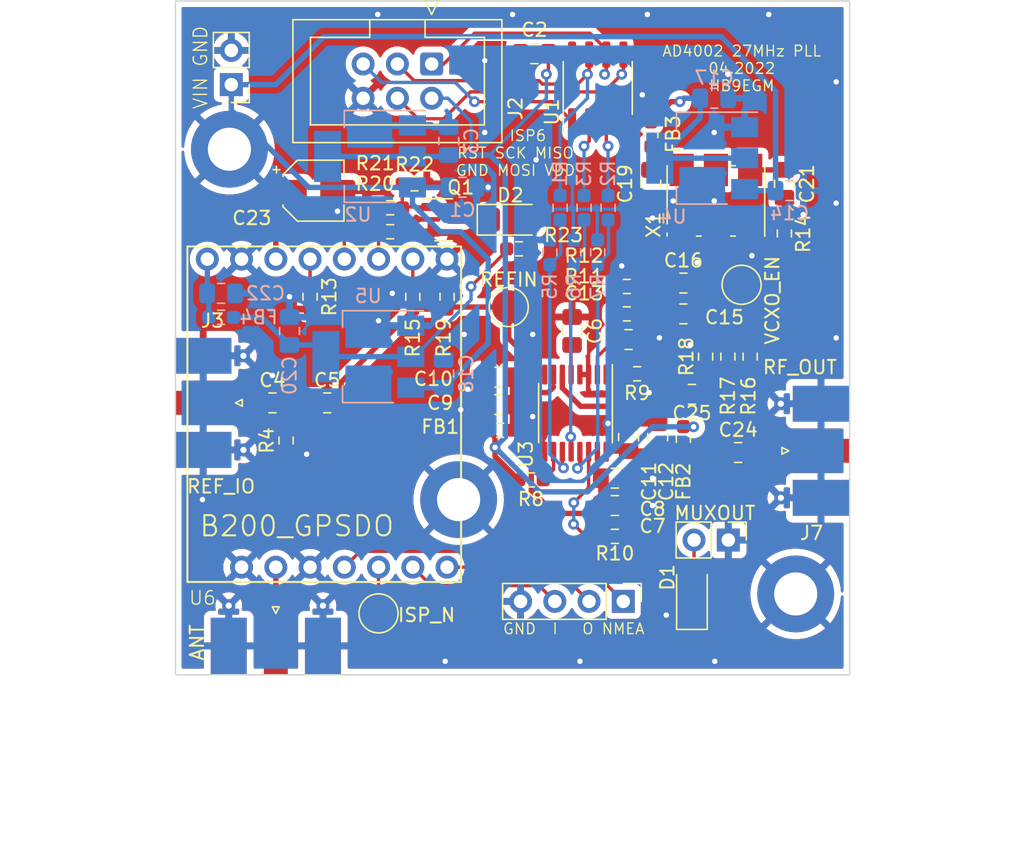
<source format=kicad_pcb>
(kicad_pcb (version 20211014) (generator pcbnew)

  (general
    (thickness 1.6)
  )

  (paper "A4")
  (layers
    (0 "F.Cu" signal)
    (31 "B.Cu" signal)
    (32 "B.Adhes" user "B.Adhesive")
    (33 "F.Adhes" user "F.Adhesive")
    (34 "B.Paste" user)
    (35 "F.Paste" user)
    (36 "B.SilkS" user "B.Silkscreen")
    (37 "F.SilkS" user "F.Silkscreen")
    (38 "B.Mask" user)
    (39 "F.Mask" user)
    (40 "Dwgs.User" user "User.Drawings")
    (41 "Cmts.User" user "User.Comments")
    (42 "Eco1.User" user "User.Eco1")
    (43 "Eco2.User" user "User.Eco2")
    (44 "Edge.Cuts" user)
    (45 "Margin" user)
    (46 "B.CrtYd" user "B.Courtyard")
    (47 "F.CrtYd" user "F.Courtyard")
    (48 "B.Fab" user)
    (49 "F.Fab" user)
    (50 "User.1" user)
    (51 "User.2" user)
    (52 "User.3" user)
    (53 "User.4" user)
    (54 "User.5" user)
    (55 "User.6" user)
    (56 "User.7" user)
    (57 "User.8" user)
    (58 "User.9" user)
  )

  (setup
    (stackup
      (layer "F.SilkS" (type "Top Silk Screen"))
      (layer "F.Paste" (type "Top Solder Paste"))
      (layer "F.Mask" (type "Top Solder Mask") (thickness 0.01))
      (layer "F.Cu" (type "copper") (thickness 0.035))
      (layer "dielectric 1" (type "core") (thickness 1.51) (material "FR4") (epsilon_r 4.5) (loss_tangent 0.02))
      (layer "B.Cu" (type "copper") (thickness 0.035))
      (layer "B.Mask" (type "Bottom Solder Mask") (thickness 0.01))
      (layer "B.Paste" (type "Bottom Solder Paste"))
      (layer "B.SilkS" (type "Bottom Silk Screen"))
      (copper_finish "ENIG")
      (dielectric_constraints no)
    )
    (pad_to_mask_clearance 0)
    (pcbplotparams
      (layerselection 0x00010fc_ffffffff)
      (disableapertmacros false)
      (usegerberextensions false)
      (usegerberattributes true)
      (usegerberadvancedattributes true)
      (creategerberjobfile true)
      (svguseinch false)
      (svgprecision 6)
      (excludeedgelayer true)
      (plotframeref false)
      (viasonmask false)
      (mode 1)
      (useauxorigin false)
      (hpglpennumber 1)
      (hpglpenspeed 20)
      (hpglpendiameter 15.000000)
      (dxfpolygonmode true)
      (dxfimperialunits true)
      (dxfusepcbnewfont true)
      (psnegative false)
      (psa4output false)
      (plotreference true)
      (plotvalue true)
      (plotinvisibletext false)
      (sketchpadsonfab false)
      (subtractmaskfromsilk false)
      (outputformat 1)
      (mirror false)
      (drillshape 1)
      (scaleselection 1)
      (outputdirectory "")
    )
  )

  (net 0 "")
  (net 1 "V_IN")
  (net 2 "GND")
  (net 3 "/VDD")
  (net 4 "Net-(C4-Pad1)")
  (net 5 "Net-(C4-Pad2)")
  (net 6 "REFIN")
  (net 7 "Net-(C6-Pad2)")
  (net 8 "Net-(C10-Pad2)")
  (net 9 "Net-(C11-Pad1)")
  (net 10 "Net-(C13-Pad1)")
  (net 11 "Net-(C15-Pad1)")
  (net 12 "Net-(C16-Pad1)")
  (net 13 "/VDD_VCXO")
  (net 14 "Net-(C19-Pad1)")
  (net 15 "/VDD_GPSDO")
  (net 16 "Net-(C21-Pad1)")
  (net 17 "Net-(C21-Pad2)")
  (net 18 "Net-(C22-Pad1)")
  (net 19 "Net-(C23-Pad1)")
  (net 20 "Net-(C24-Pad1)")
  (net 21 "Net-(C24-Pad2)")
  (net 22 "Net-(C25-Pad1)")
  (net 23 "RFINA")
  (net 24 "Net-(D1-Pad2)")
  (net 25 "Net-(D2-Pad1)")
  (net 26 "Net-(D2-Pad2)")
  (net 27 "Net-(J5-Pad1)")
  (net 28 "Net-(Q1-Pad1)")
  (net 29 "Net-(R1-Pad2)")
  (net 30 "Net-(R2-Pad2)")
  (net 31 "Net-(R3-Pad2)")
  (net 32 "Net-(R8-Pad1)")
  (net 33 "Net-(R9-Pad2)")
  (net 34 "Net-(R10-Pad1)")
  (net 35 "Net-(R13-Pad1)")
  (net 36 "Net-(R14-Pad1)")
  (net 37 "Net-(R15-Pad2)")
  (net 38 "Net-(R20-Pad2)")
  (net 39 "Net-(R21-Pad2)")
  (net 40 "Net-(TP2-Pad1)")
  (net 41 "Net-(TP3-Pad1)")
  (net 42 "Net-(U1-Pad3)")
  (net 43 "Net-(U1-Pad2)")
  (net 44 "unconnected-(X1-Pad5)")
  (net 45 "/SER_I")
  (net 46 "/SER_O")
  (net 47 "/NMEA")
  (net 48 "/MISO")
  (net 49 "/SCK")
  (net 50 "/MOSI")
  (net 51 "/nRST")

  (footprint "MountingHole:MountingHole_3.2mm_M3_ISO7380_Pad" (layer "F.Cu") (at 146 114))

  (footprint "Resistor_SMD:R_0603_1608Metric_Pad0.98x0.95mm_HandSolder" (layer "F.Cu") (at 133.477 93.218 180))

  (footprint "Capacitor_SMD:C_0805_2012Metric_Pad1.18x1.45mm_HandSolder" (layer "F.Cu") (at 123.952 99.949 180))

  (footprint "Capacitor_SMD:C_0805_2012Metric_Pad1.18x1.45mm_HandSolder" (layer "F.Cu") (at 107.188 99.822))

  (footprint "MountingHole:MountingHole_3.2mm_M3_ISO7380_Pad" (layer "F.Cu") (at 121 107))

  (footprint "Resistor_SMD:R_0603_1608Metric_Pad0.98x0.95mm_HandSolder" (layer "F.Cu") (at 109.982 91.948 -90))

  (footprint "Resistor_SMD:R_0603_1608Metric_Pad0.98x0.95mm_HandSolder" (layer "F.Cu") (at 140.97 96.393 -90))

  (footprint "Resistor_SMD:R_0603_1608Metric_Pad0.98x0.95mm_HandSolder" (layer "F.Cu") (at 145.161 87.249 90))

  (footprint "Capacitor_SMD:C_0805_2012Metric_Pad1.18x1.45mm_HandSolder" (layer "F.Cu") (at 129.413 94.488 -90))

  (footprint "Capacitor_SMD:C_0805_2012Metric_Pad1.18x1.45mm_HandSolder" (layer "F.Cu") (at 138.303 99.187 180))

  (footprint "Resistor_SMD:R_0603_1608Metric_Pad0.98x0.95mm_HandSolder" (layer "F.Cu") (at 125.476 88.392))

  (footprint "Capacitor_SMD:C_0805_2012Metric_Pad1.18x1.45mm_HandSolder" (layer "F.Cu") (at 137.668 93.218))

  (footprint "TestPoint:TestPoint_Pad_D2.5mm" (layer "F.Cu") (at 124.714 92.71))

  (footprint "Resistor_SMD:R_0603_1608Metric_Pad0.98x0.95mm_HandSolder" (layer "F.Cu") (at 115.9275 85.344 180))

  (footprint "Connector_PinHeader_2.54mm:PinHeader_1x04_P2.54mm_Vertical" (layer "F.Cu") (at 133.213 114.554 -90))

  (footprint "Capacitor_SMD:C_0805_2012Metric_Pad1.18x1.45mm_HandSolder" (layer "F.Cu") (at 111.252 99.822))

  (footprint "Capacitor_SMD:C_0805_2012Metric_Pad1.18x1.45mm_HandSolder" (layer "F.Cu") (at 137.668 90.932))

  (footprint "Resistor_SMD:R_0603_1608Metric_Pad0.98x0.95mm_HandSolder" (layer "F.Cu") (at 142.621 96.393 90))

  (footprint "Capacitor_SMD:C_0805_2012Metric_Pad1.18x1.45mm_HandSolder" (layer "F.Cu") (at 133.604 102.362 90))

  (footprint "Resistor_SMD:R_0603_1608Metric_Pad0.98x0.95mm_HandSolder" (layer "F.Cu") (at 108.204 102.616 90))

  (footprint "Capacitor_SMD:C_0805_2012Metric_Pad1.18x1.45mm_HandSolder" (layer "F.Cu") (at 141.732 103.505))

  (footprint "Capacitor_SMD:C_0805_2012Metric_Pad1.18x1.45mm_HandSolder" (layer "F.Cu") (at 126.619 73.914 180))

  (footprint "Resistor_SMD:R_0603_1608Metric_Pad0.98x0.95mm_HandSolder" (layer "F.Cu") (at 126.365 105.537 180))

  (footprint "LED_SMD:LED_1206_3216Metric_Pad1.42x1.75mm_HandSolder" (layer "F.Cu") (at 124.841 86.233))

  (footprint "Capacitor_SMD:C_0805_2012Metric_Pad1.18x1.45mm_HandSolder" (layer "F.Cu") (at 133.604 95.123))

  (footprint "Resistor_SMD:R_0603_1608Metric_Pad0.98x0.95mm_HandSolder" (layer "F.Cu") (at 132.588 109.728))

  (footprint "Capacitor_SMD:C_0805_2012Metric_Pad1.18x1.45mm_HandSolder" (layer "F.Cu") (at 123.952 97.917))

  (footprint "TestPoint:TestPoint_Pad_D2.5mm" (layer "F.Cu") (at 141.986 91.059 90))

  (footprint "Capacitor_SMD:C_0805_2012Metric_Pad1.18x1.45mm_HandSolder" (layer "F.Cu") (at 132.588 107.442))

  (footprint "Resistor_SMD:R_0603_1608Metric_Pad0.98x0.95mm_HandSolder" (layer "F.Cu") (at 117.729 83.566))

  (footprint "MountingHole:MountingHole_3.2mm_M3_ISO7380_Pad" (layer "F.Cu") (at 104 81))

  (footprint "Package_SO:TSSOP-16_4.4x5mm_P0.65mm" (layer "F.Cu") (at 129.667 100.584 -90))

  (footprint "Resistor_SMD:R_0603_1608Metric_Pad0.98x0.95mm_HandSolder" (layer "F.Cu") (at 135.255 79.883 90))

  (footprint "Resistor_SMD:R_0603_1608Metric_Pad0.98x0.95mm_HandSolder" (layer "F.Cu") (at 133.477 91.186 180))

  (footprint "Connector_Coaxial:SMA_Molex_73251-2120_EdgeMount_Horizontal" (layer "F.Cu") (at 102.055 99.822 180))

  (footprint "Connector_PinHeader_2.54mm:PinHeader_1x02_P2.54mm_Vertical" (layer "F.Cu") (at 141 110 -90))

  (footprint "Resistor_SMD:R_0603_1608Metric_Pad0.98x0.95mm_HandSolder" (layer "F.Cu") (at 124.079 101.854 180))

  (footprint "Resistor_SMD:R_0603_1608Metric_Pad0.98x0.95mm_HandSolder" (layer "F.Cu") (at 120.142 91.948 -90))

  (footprint "Resistor_SMD:R_0603_1608Metric_Pad0.98x0.95mm_HandSolder" (layer "F.Cu") (at 137.668 102.489 90))

  (footprint "LED_SMD:LED_1206_3216Metric_Pad1.42x1.75mm_HandSolder" (layer "F.Cu") (at 138.303 114.173 90))

  (footprint "Package_SO:SOIC-8_3.9x4.9mm_P1.27mm" (layer "F.Cu") (at 131.318 76.454 90))

  (footprint "Connector_Coaxial:SMA_Molex_73251-2120_EdgeMount_Horizontal" (layer "F.Cu") (at 147.881 103.378))

  (footprint "Connector_Coaxial:SMA_Molex_73251-2120_EdgeMount_Horizontal" (layer "F.Cu") (at 107.442 117.856 -90))

  (footprint "Connector_PinHeader_2.54mm:PinHeader_1x02_P2.54mm_Vertical" (layer "F.Cu") (at 104.14 76.205 180))

  (footprint "Resistor_SMD:R_0603_1608Metric_Pad0.98x0.95mm_HandSolder" (layer "F.Cu") (at 117.602 91.948 90))

  (footprint "Capacitor_SMD:C_0805_2012Metric_Pad1.18x1.45mm_HandSolder" (layer "F.Cu") (at 135.255 83.566 -90))

  (footprint "Package_TO_SOT_SMD:SOT-23" (layer "F.Cu") (at 119.888 86.233))

  (footprint "ADF4002_27MHz_PLL:Oscillator_SMD_ECS_VXO_73" (layer "F.Cu") (at 140.081 84.836 90))

  (footprint "ADF4002_27MHz_PLL:GPSDO_B200" (layer "F.Cu") (at 109.982 99.314))

  (footprint "Connector_IDC:IDC-Header_2x03_P2.54mm_Vertical" (layer "F.Cu") (at 118.999 74.676 -90))

  (footprint "Capacitor_SMD:C_0805_2012Metric_Pad1.18x1.45mm_HandSolder" (layer "F.Cu") (at 132.588 105.41 180))

  (footprint "Capacitor_SMD:CP_Elec_4x5.3" (layer "F.Cu") (at 110.236 84.074))

  (footprint "TestPoint:TestPoint_Pad_D2.5mm" (layer "F.Cu") (at 115.062 115.443))

  (footprint "Resistor_SMD:R_0603_1608Metric_Pad0.98x0.95mm_HandSolder" (layer "F.Cu") (at 115.9275 87.122 180))

  (footprint "Capacitor_SMD:C_0805_2012Metric_Pad1.18x1.45mm_HandSolder" (layer "F.Cu") (at 135.763 102.362 90))

  (footprint "Resistor_SMD:R_0603_1608Metric_Pad0.98x0.95mm_HandSolder" (layer "F.Cu") (at 139.319 96.393 90))

  (footprint "Resistor_SMD:R_0603_1608Metric_Pad0.98x0.95mm_HandSolder" (layer "F.Cu") (at 134.239 97.663 180))

  (footprint "Capacitor_SMD:C_0805_2012Metric_Pad1.18x1.45mm_HandSolder" (layer "F.Cu")
    (tedit 5F68FEEF) (tstamp f6a8079c-9025-4014-a7a0-0b549284cc73)
    (at 145.161 83.566 -90)
    (descr "Capacitor SMD 0805 (2012 Metric), square (rectangular) end terminal, IPC_7351 nominal with elongated pad for handsoldering. (Body size source: IPC-SM-782 page 76, https://www.pcb-3d.com/wordpress/wp-content/uploads/ipc-sm-782a_amendment_1_and_2.pdf, https://docs.google.com/spreadsheets/d/1BsfQQcO9C6DZCsRaXUlFlo91Tg2WpOkGARC1WS5S8t0/edit?usp=sharing), generated with kicad-footprint-generator")
    (tags "capacitor handsolder")
    (property "Sheetfile" "ADF4002_27MHz_PLL.kicad_sch")
    (property "Sheetname" "")
    (path "/25257b4b-dd49-4adf-be3c-c00a0beb6376")
    (attr smd)
    (fp_text reference "C21" (at 0 -1.68 90) (layer "F.SilkS")
      (effects (font (size 1 1) (thickness 0.15)))
      (tstamp 83fbbfee-f7ab-4119-964c-4d788d9a8945)
    )
    (fp_text value "100pF" (at 0 1.68 90) (layer "F.Fab")
      (effects (font (size 1 1) (thickness 0.15)))
      (tstamp 07242605-a070-44a4-a9b2-aff770ac0cb4)
    )
    (fp_text user "${REFERENCE}" (at
... [602151 chars truncated]
</source>
